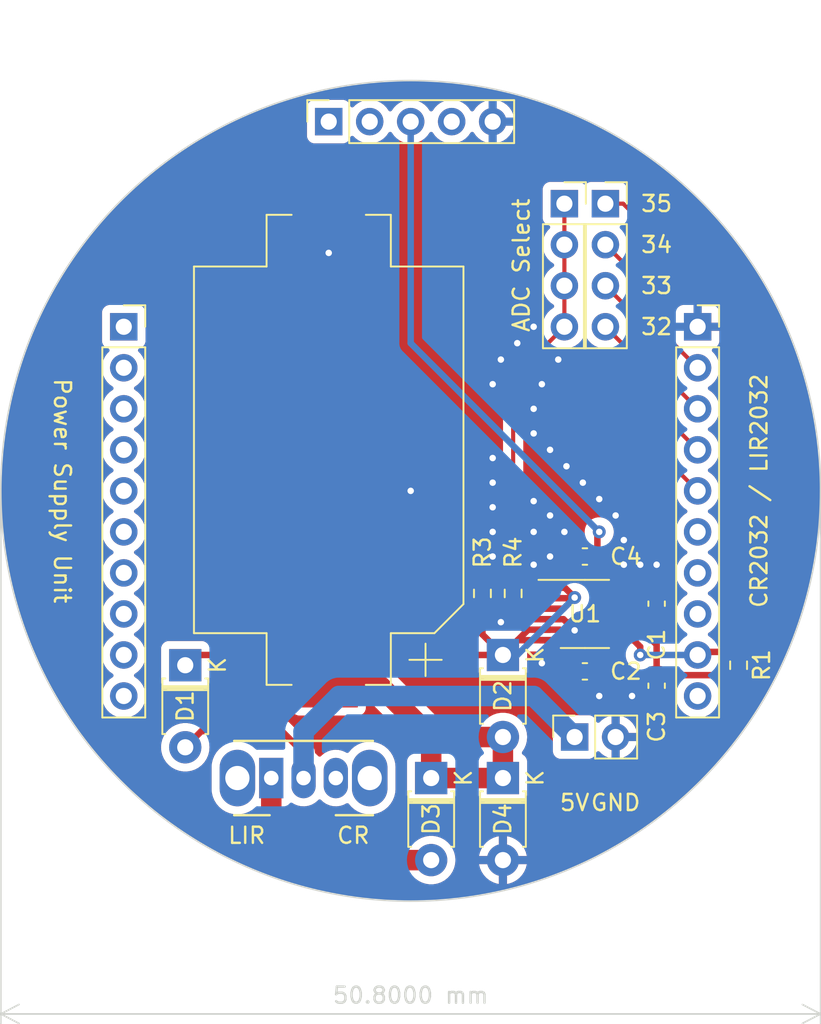
<source format=kicad_pcb>
(kicad_pcb (version 20221018) (generator pcbnew)
  (layers (0 "F.Cu" signal) (31 "B.Cu" signal) (34 "B.Paste" user) (35 "F.Paste" user) (36 "B.SilkS" user "B.Silkscreen") (37 "F.SilkS" user "F.Silkscreen") (38 "B.Mask" user) (39 "F.Mask" user) (44 "Edge.Cuts" user))
  (net 0 "")
  (net 1 "+BATT")
  (net 2 "GND")
  (net 3 "Net-(U1-C+)")
  (net 4 "Net-(U1-C-)")
  (net 5 "VCC")
  (net 6 "Net-(U1-PGOOD)")
  (net 7 "+3.3V")
  (net 8 "+5V")
  (net 9 "Net-(D3-A)")
  (net 23 "/ADC35")
  (net 24 "/ADC34")
  (net 25 "/ADC33")
  (net 26 "/ADC32")
  (net 31 "ADC")
  (footprint "Connector_PinSocket_2.54mm:PinSocket_1x10_P2.54mm_Vertical" (layer "F.Cu") (at 134.62 91.44)
    (fp_text reference "J1" hide)
    (fp_text value "Conn_01x10_Socket")
    (fp_line (start -1.33 1.27) (end -1.33 24.19) (stroke (width 0.12)) (layer "F.SilkS"))
    (fp_line (start -1.33 1.27) (end 1.33 1.27) (stroke (width 0.12)) (layer "F.SilkS"))
    (fp_line (start -1.33 24.19) (end 1.33 24.19) (stroke (width 0.12)) (layer "F.SilkS"))
    (fp_line (start 0 -1.33) (end 1.33 -1.33) (stroke (width 0.12)) (layer "F.SilkS"))
    (fp_line (start 1.33 -1.33) (end 1.33 0) (stroke (width 0.12)) (layer "F.SilkS"))
    (fp_line (start 1.33 1.27) (end 1.33 24.19) (stroke (width 0.12)) (layer "F.SilkS"))
    (pad "1" thru_hole rect (at 0 0) (size 1.7 1.7) (drill 1) (layers "*.Cu" "*.Mask"))
    (pad "2" thru_hole oval (at 0 2.54) (size 1.7 1.7) (drill 1) (layers "*.Cu" "*.Mask"))
    (pad "3" thru_hole oval (at 0 5.08) (size 1.7 1.7) (drill 1) (layers "*.Cu" "*.Mask"))
    (pad "4" thru_hole oval (at 0 7.62) (size 1.7 1.7) (drill 1) (layers "*.Cu" "*.Mask"))
    (pad "5" thru_hole oval (at 0 10.16) (size 1.7 1.7) (drill 1) (layers "*.Cu" "*.Mask"))
    (pad "6" thru_hole oval (at 0 12.7) (size 1.7 1.7) (drill 1) (layers "*.Cu" "*.Mask"))
    (pad "7" thru_hole oval (at 0 15.24) (size 1.7 1.7) (drill 1) (layers "*.Cu" "*.Mask"))
    (pad "8" thru_hole oval (at 0 17.78) (size 1.7 1.7) (drill 1) (layers "*.Cu" "*.Mask"))
    (pad "9" thru_hole oval (at 0 20.32) (size 1.7 1.7) (drill 1) (layers "*.Cu" "*.Mask"))
    (pad "10" thru_hole oval (at 0 22.86) (size 1.7 1.7) (drill 1) (layers "*.Cu" "*.Mask"))
  )
  (footprint "Battery:BatteryHolder_Keystone_1060_1x2032" (layer "F.Cu") (at 147.32 99.06 90)
    (fp_text reference "BT1" hide)
    (fp_text value "Battery_Cell")
    (fp_line (start -14.55 -3.85) (end -14.55 -2.3) (stroke (width 0.12)) (layer "F.SilkS"))
    (fp_line (start -14.55 3.85) (end -14.55 2.3) (stroke (width 0.12)) (layer "F.SilkS"))
    (fp_line (start -13 5) (end -13 7) (stroke (width 0.12)) (layer "F.SilkS"))
    (fp_line (start -12 6) (end -14 6) (stroke (width 0.12)) (layer "F.SilkS"))
    (fp_line (start -11.35 -8.35) (end -11.35 -3.85) (stroke (width 0.12)) (layer "F.SilkS"))
    (fp_line (start -11.35 -8.35) (end 11.35 -8.35) (stroke (width 0.12)) (layer "F.SilkS"))
    (fp_line (start -11.35 -3.85) (end -14.55 -3.85) (stroke (width 0.12)) (layer "F.SilkS"))
    (fp_line (start -11.35 3.85) (end -14.55 3.85) (stroke (width 0.12)) (layer "F.SilkS"))
    (fp_line (start -11.35 6.55) (end -11.35 3.85) (stroke (width 0.12)) (layer "F.SilkS"))
    (fp_line (start -9.55 8.35) (end -11.35 6.55) (stroke (width 0.12)) (layer "F.SilkS"))
    (fp_line (start 11.35 -8.35) (end 11.35 -3.85) (stroke (width 0.12)) (layer "F.SilkS"))
    (fp_line (start 11.35 -3.85) (end 14.55 -3.85) (stroke (width 0.12)) (layer "F.SilkS"))
    (fp_line (start 11.35 3.85) (end 14.55 3.85) (stroke (width 0.12)) (layer "F.SilkS"))
    (fp_line (start 11.35 8.35) (end -9.55 8.35) (stroke (width 0.12)) (layer "F.SilkS"))
    (fp_line (start 11.35 8.35) (end 11.35 3.85) (stroke (width 0.12)) (layer "F.SilkS"))
    (fp_line (start 14.55 -3.85) (end 14.55 -2.3) (stroke (width 0.12)) (layer "F.SilkS"))
    (fp_line (start 14.55 3.85) (end 14.55 2.3) (stroke (width 0.12)) (layer "F.SilkS"))
    (pad "1" smd rect (at -14.65 0 270) (size 2.6 3.6) (layers "F.Cu" "F.Paste" "F.Mask") (net 1 "+BATT"))
    (pad "2" smd rect (at 14.65 0 270) (size 2.6 3.6) (layers "F.Cu" "F.Paste" "F.Mask") (net 2 "GND"))
  )
  (footprint "Capacitor_SMD:C_0603_1608Metric" (layer "F.Cu") (at 167.64 113.665 -90)
    (fp_text reference "C3" (at 2.54 0 90) (layer "F.SilkS"))
    (fp_text value "1uF")
    (fp_line (start -0.14058 -0.51) (end 0.14058 -0.51) (stroke (width 0.12)) (layer "F.SilkS"))
    (fp_line (start -0.14058 0.51) (end 0.14058 0.51) (stroke (width 0.12)) (layer "F.SilkS"))
    (pad "1" smd roundrect (at -0.775 0 270) (size 0.9 0.95) (layers "F.Cu" "F.Paste" "F.Mask") (net 6 "Net-(U1-PGOOD)"))
    (pad "2" smd roundrect (at 0.775 0 270) (size 0.9 0.95) (layers "F.Cu" "F.Paste" "F.Mask") (net 2 "GND"))
  )
  (footprint "Package_SO:MSOP-12_3x4mm_P0.65mm" (layer "F.Cu") (at 163.195 109.22)
    (fp_text reference "U1" (at 0 0) (layer "F.SilkS"))
    (fp_text value "~")
    (fp_line (start 0 -2.11) (end -2.875 -2.11) (stroke (width 0.12)) (layer "F.SilkS"))
    (fp_line (start 0 -2.11) (end 1.5 -2.11) (stroke (width 0.12)) (layer "F.SilkS"))
    (fp_line (start 0 2.11) (end -1.5 2.11) (stroke (width 0.12)) (layer "F.SilkS"))
    (fp_line (start 0 2.11) (end 1.5 2.11) (stroke (width 0.12)) (layer "F.SilkS"))
    (pad "1" smd roundrect (at -2.15 -1.625) (size 1.45 0.4) (layers "F.Cu" "F.Paste" "F.Mask") (net 5 "VCC"))
    (pad "2" smd roundrect (at -2.15 -0.975) (size 1.45 0.4) (layers "F.Cu" "F.Paste" "F.Mask") (net 5 "VCC"))
    (pad "3" smd roundrect (at -2.15 -0.325) (size 1.45 0.4) (layers "F.Cu" "F.Paste" "F.Mask") (net 5 "VCC"))
    (pad "4" smd roundrect (at -2.15 0.325) (size 1.45 0.4) (layers "F.Cu" "F.Paste" "F.Mask") (net 2 "GND"))
    (pad "5" smd roundrect (at -2.15 0.975) (size 1.45 0.4) (layers "F.Cu" "F.Paste" "F.Mask") (net 5 "VCC"))
    (pad "6" smd roundrect (at -2.15 1.625) (size 1.45 0.4) (layers "F.Cu" "F.Paste" "F.Mask") (net 5 "VCC"))
    (pad "7" smd roundrect (at 2.15 1.625) (size 1.45 0.4) (layers "F.Cu" "F.Paste" "F.Mask") (net 7 "+3.3V"))
    (pad "8" smd roundrect (at 2.15 0.975) (size 1.45 0.4) (layers "F.Cu" "F.Paste" "F.Mask") (net 6 "Net-(U1-PGOOD)"))
    (pad "9" smd roundrect (at 2.15 0.325) (size 1.45 0.4) (layers "F.Cu" "F.Paste" "F.Mask") (net 3 "Net-(U1-C+)"))
    (pad "10" smd roundrect (at 2.15 -0.325) (size 1.45 0.4) (layers "F.Cu" "F.Paste" "F.Mask") (net 7 "+3.3V"))
    (pad "11" smd roundrect (at 2.15 -0.975) (size 1.45 0.4) (layers "F.Cu" "F.Paste" "F.Mask") (net 4 "Net-(U1-C-)"))
    (pad "12" smd roundrect (at 2.15 -1.625) (size 1.45 0.4) (layers "F.Cu" "F.Paste" "F.Mask") (net 2 "GND"))
  )
  (footprint "Diode_THT:D_T-1_P5.08mm_Horizontal" (layer "F.Cu") (at 153.67 119.38 -90)
    (fp_text reference "D3" (at 2.54 0 90) (layer "F.SilkS"))
    (fp_text value "10mA")
    (fp_text user "K" (at 0 -2 90) (layer "F.SilkS"))
    (fp_line (start 0.82 -1.42) (end 4.26 -1.42) (stroke (width 0.12)) (layer "F.SilkS"))
    (fp_line (start 0.82 -1.24) (end 0.82 -1.42) (stroke (width 0.12)) (layer "F.SilkS"))
    (fp_line (start 0.82 1.24) (end 0.82 1.42) (stroke (width 0.12)) (layer "F.SilkS"))
    (fp_line (start 0.82 1.42) (end 4.26 1.42) (stroke (width 0.12)) (layer "F.SilkS"))
    (fp_line (start 1.3 -1.42) (end 1.3 1.42) (stroke (width 0.12)) (layer "F.SilkS"))
    (fp_line (start 1.42 -1.42) (end 1.42 1.42) (stroke (width 0.12)) (layer "F.SilkS"))
    (fp_line (start 1.54 -1.42) (end 1.54 1.42) (stroke (width 0.12)) (layer "F.SilkS"))
    (fp_line (start 4.26 -1.42) (end 4.26 -1.24) (stroke (width 0.12)) (layer "F.SilkS"))
    (fp_line (start 4.26 1.42) (end 4.26 1.24) (stroke (width 0.12)) (layer "F.SilkS"))
    (pad "1" thru_hole rect (at 0 0 270) (size 2 2) (drill 1) (layers "*.Cu" "*.Mask") (net 1 "+BATT"))
    (pad "2" thru_hole oval (at 5.08 0 270) (size 2 2) (drill 1) (layers "*.Cu" "*.Mask") (net 9 "Net-(D3-A)"))
  )
  (footprint "Connector_PinSocket_2.54mm:PinSocket_1x05_P2.54mm_Vertical" (layer "F.Cu") (at 147.32 78.74 90)
    (fp_text reference "J2" hide)
    (fp_text value "Conn_01x05_Socket")
    (fp_line (start -1.33 1.27) (end -1.33 11.49) (stroke (width 0.12)) (layer "F.SilkS"))
    (fp_line (start -1.33 1.27) (end 1.33 1.27) (stroke (width 0.12)) (layer "F.SilkS"))
    (fp_line (start -1.33 11.49) (end 1.33 11.49) (stroke (width 0.12)) (layer "F.SilkS"))
    (fp_line (start 0 -1.33) (end 1.33 -1.33) (stroke (width 0.12)) (layer "F.SilkS"))
    (fp_line (start 1.33 -1.33) (end 1.33 0) (stroke (width 0.12)) (layer "F.SilkS"))
    (fp_line (start 1.33 1.27) (end 1.33 11.49) (stroke (width 0.12)) (layer "F.SilkS"))
    (pad "1" thru_hole rect (at 0 0 90) (size 1.7 1.7) (drill 1) (layers "*.Cu" "*.Mask"))
    (pad "2" thru_hole oval (at 0 2.54 90) (size 1.7 1.7) (drill 1) (layers "*.Cu" "*.Mask"))
    (pad "3" thru_hole oval (at 0 5.08 90) (size 1.7 1.7) (drill 1) (layers "*.Cu" "*.Mask") (net 7 "+3.3V"))
    (pad "4" thru_hole oval (at 0 7.62 90) (size 1.7 1.7) (drill 1) (layers "*.Cu" "*.Mask"))
    (pad "5" thru_hole oval (at 0 10.16 90) (size 1.7 1.7) (drill 1) (layers "*.Cu" "*.Mask") (net 2 "GND"))
  )
  (footprint "Button_Switch_THT:SW_CuK_OS102011MA1QN1_SPDT_Angled" (layer "F.Cu") (at 143.76 119.38)
    (fp_text reference "SW1" hide)
    (fp_text value "SW_SPDT")
    (fp_line (start -2.3 -2.3) (end 6.3 -2.3) (stroke (width 0.15)) (layer "F.SilkS"))
    (fp_line (start -2.3 2.3) (end -0.1 2.3) (stroke (width 0.15)) (layer "F.SilkS"))
    (fp_line (start 4 2.3) (end 6.3 2.3) (stroke (width 0.15)) (layer "F.SilkS"))
    (pad "" thru_hole oval (at -2.1 0) (size 2.2 3.5) (drill 1.5) (layers "*.Cu" "*.Mask"))
    (pad "" thru_hole oval (at 6.1 0) (size 2.2 3.5) (drill 1.5) (layers "*.Cu" "*.Mask"))
    (pad "1" thru_hole rect (at 0 0) (size 1.5 2.5) (drill 0.9) (layers "*.Cu" "*.Mask") (net 9 "Net-(D3-A)"))
    (pad "2" thru_hole oval (at 2 0) (size 1.5 2.5) (drill 0.9) (layers "*.Cu" "*.Mask") (net 8 "+5V"))
    (pad "3" thru_hole oval (at 4 0) (size 1.5 2.5) (drill 0.9) (layers "*.Cu" "*.Mask"))
  )
  (footprint "Connector_PinSocket_2.54mm:PinSocket_1x10_P2.54mm_Vertical" (layer "F.Cu") (at 170.18 91.44)
    (fp_text reference "J3" hide)
    (fp_text value "Conn_01x10_Socket")
    (fp_line (start -1.33 1.27) (end -1.33 24.19) (stroke (width 0.12)) (layer "F.SilkS"))
    (fp_line (start -1.33 1.27) (end 1.33 1.27) (stroke (width 0.12)) (layer "F.SilkS"))
    (fp_line (start -1.33 24.19) (end 1.33 24.19) (stroke (width 0.12)) (layer "F.SilkS"))
    (fp_line (start 0 -1.33) (end 1.33 -1.33) (stroke (width 0.12)) (layer "F.SilkS"))
    (fp_line (start 1.33 -1.33) (end 1.33 0) (stroke (width 0.12)) (layer "F.SilkS"))
    (fp_line (start 1.33 1.27) (end 1.33 24.19) (stroke (width 0.12)) (layer "F.SilkS"))
    (pad "1" thru_hole rect (at 0 0) (size 1.7 1.7) (drill 1) (layers "*.Cu" "*.Mask") (net 2 "GND"))
    (pad "2" thru_hole oval (at 0 2.54) (size 1.7 1.7) (drill 1) (layers "*.Cu" "*.Mask") (net 23 "/ADC35"))
    (pad "3" thru_hole oval (at 0 5.08) (size 1.7 1.7) (drill 1) (layers "*.Cu" "*.Mask") (net 24 "/ADC34"))
    (pad "4" thru_hole oval (at 0 7.62) (size 1.7 1.7) (drill 1) (layers "*.Cu" "*.Mask") (net 25 "/ADC33"))
    (pad "5" thru_hole oval (at 0 10.16) (size 1.7 1.7) (drill 1) (layers "*.Cu" "*.Mask") (net 26 "/ADC32"))
    (pad "6" thru_hole oval (at 0 12.7) (size 1.7 1.7) (drill 1) (layers "*.Cu" "*.Mask"))
    (pad "7" thru_hole oval (at 0 15.24) (size 1.7 1.7) (drill 1) (layers "*.Cu" "*.Mask"))
    (pad "8" thru_hole oval (at 0 17.78) (size 1.7 1.7) (drill 1) (layers "*.Cu" "*.Mask"))
    (pad "9" thru_hole oval (at 0 20.32) (size 1.7 1.7) (drill 1) (layers "*.Cu" "*.Mask") (net 7 "+3.3V"))
    (pad "10" thru_hole oval (at 0 22.86) (size 1.7 1.7) (drill 1) (layers "*.Cu" "*.Mask"))
  )
  (footprint "Connector_PinSocket_2.54mm:PinSocket_1x04_P2.54mm_Vertical" (layer "F.Cu") (at 161.925 83.82)
    (fp_text reference "J4" hide)
    (fp_text value "Conn_01x04_Pin")
    (fp_line (start -1.33 1.27) (end -1.33 8.95) (stroke (width 0.12)) (layer "F.SilkS"))
    (fp_line (start -1.33 1.27) (end 1.33 1.27) (stroke (width 0.12)) (layer "F.SilkS"))
    (fp_line (start -1.33 8.95) (end 1.33 8.95) (stroke (width 0.12)) (layer "F.SilkS"))
    (fp_line (start 0 -1.33) (end 1.33 -1.33) (stroke (width 0.12)) (layer "F.SilkS"))
    (fp_line (start 1.33 -1.33) (end 1.33 0) (stroke (width 0.12)) (layer "F.SilkS"))
    (fp_line (start 1.33 1.27) (end 1.33 8.95) (stroke (width 0.12)) (layer "F.SilkS"))
    (pad "1" thru_hole rect (at 0 0) (size 1.7 1.7) (drill 1) (layers "*.Cu" "*.Mask") (net 31 "ADC"))
    (pad "2" thru_hole oval (at 0 2.54) (size 1.7 1.7) (drill 1) (layers "*.Cu" "*.Mask") (net 31 "ADC"))
    (pad "3" thru_hole oval (at 0 5.08) (size 1.7 1.7) (drill 1) (layers "*.Cu" "*.Mask") (net 31 "ADC"))
    (pad "4" thru_hole oval (at 0 7.62) (size 1.7 1.7) (drill 1) (layers "*.Cu" "*.Mask") (net 31 "ADC"))
  )
  (footprint "Resistor_SMD:R_0603_1608Metric" (layer "F.Cu") (at 158.75 107.95 -90)
    (fp_text reference "R4" (at -2.54 0 90) (layer "F.SilkS"))
    (fp_text value "10k")
    (fp_line (start -0.237258 -0.5225) (end 0.237258 -0.5225) (stroke (width 0.12)) (layer "F.SilkS"))
    (fp_line (start -0.237258 0.5225) (end 0.237258 0.5225) (stroke (width 0.12)) (layer "F.SilkS"))
    (pad "1" smd roundrect (at -0.825 0 270) (size 0.8 0.95) (layers "F.Cu" "F.Paste" "F.Mask") (net 31 "ADC"))
    (pad "2" smd roundrect (at 0.825 0 270) (size 0.8 0.95) (layers "F.Cu" "F.Paste" "F.Mask") (net 2 "GND"))
  )
  (footprint "Capacitor_SMD:C_0603_1608Metric" (layer "F.Cu") (at 167.64 108.585 90)
    (fp_text reference "C1" (at -2.54 0 90) (layer "F.SilkS"))
    (fp_text value "1uF")
    (fp_line (start -0.14058 -0.51) (end 0.14058 -0.51) (stroke (width 0.12)) (layer "F.SilkS"))
    (fp_line (start -0.14058 0.51) (end 0.14058 0.51) (stroke (width 0.12)) (layer "F.SilkS"))
    (pad "1" smd roundrect (at -0.775 0 90) (size 0.9 0.95) (layers "F.Cu" "F.Paste" "F.Mask") (net 3 "Net-(U1-C+)"))
    (pad "2" smd roundrect (at 0.775 0 90) (size 0.9 0.95) (layers "F.Cu" "F.Paste" "F.Mask") (net 4 "Net-(U1-C-)"))
  )
  (footprint "Capacitor_SMD:C_0603_1608Metric" (layer "F.Cu") (at 163.195 105.664 180)
    (fp_text reference "C4" (at -2.54 0) (layer "F.SilkS"))
    (fp_text value "10uF")
    (fp_line (start -0.14058 -0.51) (end 0.14058 -0.51) (stroke (width 0.12)) (layer "F.SilkS"))
    (fp_line (start -0.14058 0.51) (end 0.14058 0.51) (stroke (width 0.12)) (layer "F.SilkS"))
    (pad "1" smd roundrect (at -0.775 0 180) (size 0.9 0.95) (layers "F.Cu" "F.Paste" "F.Mask") (net 7 "+3.3V"))
    (pad "2" smd roundrect (at 0.775 0 180) (size 0.9 0.95) (layers "F.Cu" "F.Paste" "F.Mask") (net 2 "GND"))
  )
  (footprint "Diode_THT:D_T-1_P5.08mm_Horizontal" (layer "F.Cu") (at 158.115 111.76 -90)
    (fp_text reference "D2" (at 2.54 0 90) (layer "F.SilkS"))
    (fp_text value "D")
    (fp_text user "K" (at 0 -2 90) (layer "F.SilkS"))
    (fp_line (start 0.82 -1.42) (end 4.26 -1.42) (stroke (width 0.12)) (layer "F.SilkS"))
    (fp_line (start 0.82 -1.24) (end 0.82 -1.42) (stroke (width 0.12)) (layer "F.SilkS"))
    (fp_line (start 0.82 1.24) (end 0.82 1.42) (stroke (width 0.12)) (layer "F.SilkS"))
    (fp_line (start 0.82 1.42) (end 4.26 1.42) (stroke (width 0.12)) (layer "F.SilkS"))
    (fp_line (start 1.3 -1.42) (end 1.3 1.42) (stroke (width 0.12)) (layer "F.SilkS"))
    (fp_line (start 1.42 -1.42) (end 1.42 1.42) (stroke (width 0.12)) (layer "F.SilkS"))
    (fp_line (start 1.54 -1.42) (end 1.54 1.42) (stroke (width 0.12)) (layer "F.SilkS"))
    (fp_line (start 4.26 -1.42) (end 4.26 -1.24) (stroke (width 0.12)) (layer "F.SilkS"))
    (fp_line (start 4.26 1.42) (end 4.26 1.24) (stroke (width 0.12)) (layer "F.SilkS"))
    (pad "1" thru_hole rect (at 0 0 270) (size 2 2) (drill 1) (layers "*.Cu" "*.Mask") (net 5 "VCC"))
    (pad "2" thru_hole oval (at 5.08 0 270) (size 2 2) (drill 1) (layers "*.Cu" "*.Mask") (net 1 "+BATT"))
  )
  (footprint "Resistor_SMD:R_0603_1608Metric" (layer "F.Cu") (at 156.845 107.95 90)
    (fp_text reference "R3" (at 2.54 0 90) (layer "F.SilkS"))
    (fp_text value "10k")
    (fp_line (start -0.237258 -0.5225) (end 0.237258 -0.5225) (stroke (width 0.12)) (layer "F.SilkS"))
    (fp_line (start -0.237258 0.5225) (end 0.237258 0.5225) (stroke (width 0.12)) (layer "F.SilkS"))
    (pad "1" smd roundrect (at -0.825 0 90) (size 0.8 0.95) (layers "F.Cu" "F.Paste" "F.Mask") (net 5 "VCC"))
    (pad "2" smd roundrect (at 0.825 0 90) (size 0.8 0.95) (layers "F.Cu" "F.Paste" "F.Mask") (net 31 "ADC"))
  )
  (footprint "Capacitor_SMD:C_0603_1608Metric" (layer "F.Cu") (at 163.195 112.776)
    (fp_text reference "C2" (at 2.54 0) (layer "F.SilkS"))
    (fp_text value "1uF")
    (fp_line (start -0.14058 -0.51) (end 0.14058 -0.51) (stroke (width 0.12)) (layer "F.SilkS"))
    (fp_line (start -0.14058 0.51) (end 0.14058 0.51) (stroke (width 0.12)) (layer "F.SilkS"))
    (pad "1" smd roundrect (at -0.775 0) (size 0.9 0.95) (layers "F.Cu" "F.Paste" "F.Mask") (net 5 "VCC"))
    (pad "2" smd roundrect (at 0.775 0) (size 0.9 0.95) (layers "F.Cu" "F.Paste" "F.Mask") (net 2 "GND"))
  )
  (footprint "Connector_PinSocket_2.54mm:PinSocket_1x04_P2.54mm_Vertical" (layer "F.Cu") (at 164.465 83.82)
    (fp_text reference "J5" hide)
    (fp_text value "Conn_01x04_Pin")
    (fp_line (start -1.33 1.27) (end -1.33 8.95) (stroke (width 0.12)) (layer "F.SilkS"))
    (fp_line (start -1.33 1.27) (end 1.33 1.27) (stroke (width 0.12)) (layer "F.SilkS"))
    (fp_line (start -1.33 8.95) (end 1.33 8.95) (stroke (width 0.12)) (layer "F.SilkS"))
    (fp_line (start 0 -1.33) (end 1.33 -1.33) (stroke (width 0.12)) (layer "F.SilkS"))
    (fp_line (start 1.33 -1.33) (end 1.33 0) (stroke (width 0.12)) (layer "F.SilkS"))
    (fp_line (start 1.33 1.27) (end 1.33 8.95) (stroke (width 0.12)) (layer "F.SilkS"))
    (pad "1" thru_hole rect (at 0 0) (size 1.7 1.7) (drill 1) (layers "*.Cu" "*.Mask") (net 23 "/ADC35"))
    (pad "2" thru_hole oval (at 0 2.54) (size 1.7 1.7) (drill 1) (layers "*.Cu" "*.Mask") (net 24 "/ADC34"))
    (pad "3" thru_hole oval (at 0 5.08) (size 1.7 1.7) (drill 1) (layers "*.Cu" "*.Mask") (net 25 "/ADC33"))
    (pad "4" thru_hole oval (at 0 7.62) (size 1.7 1.7) (drill 1) (layers "*.Cu" "*.Mask") (net 26 "/ADC32"))
  )
  (footprint "Diode_THT:D_T-1_P5.08mm_Horizontal" (layer "F.Cu") (at 138.43 112.395 -90)
    (fp_text reference "D1" (at 2.54 0 90) (layer "F.SilkS"))
    (fp_text value "D")
    (fp_text user "K" (at 0 -2 90) (layer "F.SilkS"))
    (fp_line (start 0.82 -1.42) (end 4.26 -1.42) (stroke (width 0.12)) (layer "F.SilkS"))
    (fp_line (start 0.82 -1.24) (end 0.82 -1.42) (stroke (width 0.12)) (layer "F.SilkS"))
    (fp_line (start 0.82 1.24) (end 0.82 1.42) (stroke (width 0.12)) (layer "F.SilkS"))
    (fp_line (start 0.82 1.42) (end 4.26 1.42) (stroke (width 0.12)) (layer "F.SilkS"))
    (fp_line (start 1.3 -1.42) (end 1.3 1.42) (stroke (width 0.12)) (layer "F.SilkS"))
    (fp_line (start 1.42 -1.42) (end 1.42 1.42) (stroke (width 0.12)) (layer "F.SilkS"))
    (fp_line (start 1.54 -1.42) (end 1.54 1.42) (stroke (width 0.12)) (layer "F.SilkS"))
    (fp_line (start 4.26 -1.42) (end 4.26 -1.24) (stroke (width 0.12)) (layer "F.SilkS"))
    (fp_line (start 4.26 1.42) (end 4.26 1.24) (stroke (width 0.12)) (layer "F.SilkS"))
    (pad "1" thru_hole rect (at 0 0 270) (size 2 2) (drill 1) (layers "*.Cu" "*.Mask") (net 5 "VCC"))
    (pad "2" thru_hole oval (at 5.08 0 270) (size 2 2) (drill 1) (layers "*.Cu" "*.Mask") (net 8 "+5V"))
  )
  (footprint "Diode_THT:D_T-1_P5.08mm_Horizontal" (layer "F.Cu") (at 158.115 119.38 -90)
    (fp_text reference "D4" (at 2.54 0 90) (layer "F.SilkS"))
    (fp_text value "3.9V")
    (fp_text user "K" (at 0 -2 90) (layer "F.SilkS"))
    (fp_line (start 0.82 -1.42) (end 4.26 -1.42) (stroke (width 0.12)) (layer "F.SilkS"))
    (fp_line (start 0.82 -1.24) (end 0.82 -1.42) (stroke (width 0.12)) (layer "F.SilkS"))
    (fp_line (start 0.82 1.24) (end 0.82 1.42) (stroke (width 0.12)) (layer "F.SilkS"))
    (fp_line (start 0.82 1.42) (end 4.26 1.42) (stroke (width 0.12)) (layer "F.SilkS"))
    (fp_line (start 1.3 -1.42) (end 1.3 1.42) (stroke (width 0.12)) (layer "F.SilkS"))
    (fp_line (start 1.42 -1.42) (end 1.42 1.42) (stroke (width 0.12)) (layer "F.SilkS"))
    (fp_line (start 1.54 -1.42) (end 1.54 1.42) (stroke (width 0.12)) (layer "F.SilkS"))
    (fp_line (start 4.26 -1.42) (end 4.26 -1.24) (stroke (width 0.12)) (layer "F.SilkS"))
    (fp_line (start 4.26 1.42) (end 4.26 1.24) (stroke (width 0.12)) (layer "F.SilkS"))
    (pad "1" thru_hole rect (at 0 0 270) (size 2 2) (drill 1) (layers "*.Cu" "*.Mask") (net 1 "+BATT"))
    (pad "2" thru_hole oval (at 5.08 0 270) (size 2 2) (drill 1) (layers "*.Cu" "*.Mask") (net 2 "GND"))
  )
  (footprint "Resistor_SMD:R_0603_1608Metric" (layer "F.Cu") (at 172.72 112.395 -90)
    (fp_text reference "R1" (at 0 -1.43 90) (layer "F.SilkS"))
    (fp_text value "510k")
    (fp_line (start -0.237258 -0.5225) (end 0.237258 -0.5225) (stroke (width 0.12)) (layer "F.SilkS"))
    (fp_line (start -0.237258 0.5225) (end 0.237258 0.5225) (stroke (width 0.12)) (layer "F.SilkS"))
    (pad "1" smd roundrect (at -0.825 0 270) (size 0.8 0.95) (layers "F.Cu" "F.Paste" "F.Mask") (net 7 "+3.3V"))
    (pad "2" smd roundrect (at 0.825 0 270) (size 0.8 0.95) (layers "F.Cu" "F.Paste" "F.Mask") (net 6 "Net-(U1-PGOOD)"))
  )
  (footprint "Connector_PinSocket_2.54mm:PinSocket_1x02_P2.54mm_Vertical" (layer "F.Cu") (at 162.56 116.84 90)
    (fp_text reference "J6" hide)
    (fp_text value "Conn_01x02_Socket")
    (fp_line (start -1.33 1.27) (end -1.33 3.87) (stroke (width 0.12)) (layer "F.SilkS"))
    (fp_line (start -1.33 1.27) (end 1.33 1.27) (stroke (width 0.12)) (layer "F.SilkS"))
    (fp_line (start -1.33 3.87) (end 1.33 3.87) (stroke (width 0.12)) (layer "F.SilkS"))
    (fp_line (start 0 -1.33) (end 1.33 -1.33) (stroke (width 0.12)) (layer "F.SilkS"))
    (fp_line (start 1.33 -1.33) (end 1.33 0) (stroke (width 0.12)) (layer "F.SilkS"))
    (fp_line (start 1.33 1.27) (end 1.33 3.87) (stroke (width 0.12)) (layer "F.SilkS"))
    (pad "1" thru_hole rect (at 0 0 90) (size 1.7 1.7) (drill 1) (layers "*.Cu" "*.Mask") (net 8 "+5V"))
    (pad "2" thru_hole oval (at 0 2.54 90) (size 1.7 1.7) (drill 1) (layers "*.Cu" "*.Mask") (net 2 "GND"))
  )
  (gr_circle (center 152.4 101.6) (end 177.8 101.6) (stroke (width 0.1)) (fill none) (layer "Edge.Cuts"))
  (gr_text "33" (at 167.64 88.9) (layer "F.SilkS") (effects (font (size 1 1))))
  (gr_text "35" (at 167.64 83.82) (layer "F.SilkS") (effects (font (size 1 1))))
  (gr_text "CR2032 / LIR2032" (at 173.99 101.6 90) (layer "F.SilkS") (effects (font (size 1 1))))
  (gr_text "LIR" (at 142.24 122.936) (layer "F.SilkS") (effects (font (size 1 1))))
  (gr_text "Power Supply Unit" (at 130.81 101.6 -90) (layer "F.SilkS") (effects (font (size 1 1))))
  (gr_text "5V" (at 162.56 120.904) (layer "F.SilkS") (effects (font (size 1 1))))
  (gr_text "34" (at 167.64 86.36) (layer "F.SilkS") (effects (font (size 1 1))))
  (gr_text "GND" (at 165.1 120.904) (layer "F.SilkS") (effects (font (size 1 1))))
  (gr_text "32" (at 167.64 91.44) (layer "F.SilkS") (effects (font (size 1 1))))
  (gr_text "ADC Select" (at 159.258 87.63 90) (layer "F.SilkS") (effects (font (size 1 1))))
  (gr_text "CR" (at 148.844 122.936) (layer "F.SilkS") (effects (font (size 1 1))))
  (dimension (type aligned) (layer "Edge.Cuts") (pts (xy 127 100.965) (xy 177.8 100.965)) (height 33.02) (gr_text "50.8000 mm" (at 152.4 132.835) (layer "Edge.Cuts") (effects (font (size 1 1) (thickness 0.15)))) (format (prefix "") (suffix "") (units 3) (units_format 1) (precision 4)) (style (thickness 0.1) (arrow_length 1.27) (text_position_mode 0) (extension_height 0.58642) (extension_offset 0.5) keep_text_aligned))
  (segment (start 153.67 119.38) (end 155.575 119.38) (width 1.27) (layer "F.Cu") (net 1))
  (segment (start 147.32 113.71) (end 150.54 113.71) (width 1.27) (layer "F.Cu") (net 1))
  (segment (start 150.54 113.71) (end 153.67 116.84) (width 1.27) (layer "F.Cu") (net 1))
  (segment (start 153.67 116.84) (end 153.67 119.38) (width 1.27) (layer "F.Cu") (net 1))
  (segment (start 158.115 116.84) (end 158.115 119.38) (width 1.27) (layer "F.Cu") (net 1))
  (segment (start 155.575 119.38) (end 158.115 119.38) (width 1.27) (layer "F.Cu") (net 1))
  (segment (start 153.67 116.84) (end 158.115 116.84) (width 1.27) (layer "F.Cu") (net 1))
  (segment (start 157.988 109.728) (end 158.75 109.728) (width 0.4) (layer "F.Cu") (net 2))
  (segment (start 147.32 84.41) (end 147.32 86.868) (width 0.4) (layer "F.Cu") (net 2))
  (segment (start 158.933 109.545) (end 159.52 109.545) (width 0.4) (layer "F.Cu") (net 2))
  (segment (start 166.256 114.44) (end 166.116 114.3) (width 0.4) (layer "F.Cu") (net 2))
  (segment (start 159.52 109.545) (end 158.75 108.775) (width 0.4) (layer "F.Cu") (net 2))
  (segment (start 161.045 109.545) (end 159.52 109.545) (width 0.4) (layer "F.Cu") (net 2))
  (segment (start 164.084 114.3) (end 163.97 114.186) (width 0.4) (layer "F.Cu") (net 2))
  (segment (start 161.036 105.664) (end 162.42 105.664) (width 0.4) (layer "F.Cu") (net 2))
  (segment (start 161.869 109.545) (end 162.56 110.236) (width 0.4) (layer "F.Cu") (net 2))
  (segment (start 161.045 109.545) (end 161.869 109.545) (width 0.4) (layer "F.Cu") (net 2))
  (segment (start 163.97 112.776) (end 163.97 114.186) (width 0.4) (layer "F.Cu") (net 2))
  (segment (start 167.64 114.44) (end 166.256 114.44) (width 0.4) (layer "F.Cu") (net 2))
  (segment (start 158.75 109.728) (end 158.933 109.545) (width 0.4) (layer "F.Cu") (net 2))
  (via (at 160.02 106.172) (size 0.8) (drill 0.4) (layers "F.Cu" "B.Cu") (net 2))
  (via (at 160.02 102.235) (size 0.8) (drill 0.4) (layers "F.Cu" "B.Cu") (net 2))
  (via (at 161.036 103.124) (size 0.8) (drill 0.4) (layers "F.Cu" "B.Cu") (net 2))
  (via (at 160.02 91.44) (size 0.8) (drill 0.4) (layers "F.Cu" "B.Cu") (net 2))
  (via (at 165.608 106.172) (size 0.8) (drill 0.4) (layers "F.Cu" "B.Cu") (net 2))
  (via (at 157.48 101.092) (size 0.8) (drill 0.4) (layers "F.Cu" "B.Cu") (net 2))
  (via (at 147.32 86.868) (size 0.8) (drill 0.4) (layers "F.Cu" "B.Cu") (net 2))
  (via (at 160.528 94.996) (size 0.8) (drill 0.4) (layers "F.Cu" "B.Cu") (net 2))
  (via (at 167.64 106.172) (size 0.8) (drill 0.4) (layers "F.Cu" "B.Cu") (net 2))
  (via (at 164.084 114.3) (size 0.8) (drill 0.4) (layers "F.Cu" "B.Cu") (net 2))
  (via (at 160.02 96.52) (size 0.8) (drill 0.4) (layers "F.Cu" "B.Cu") (net 2))
  (via (at 166.116 114.3) (size 0.8) (drill 0.4) (layers "F.Cu" "B.Cu") (net 2))
  (via (at 165.1 103.124) (size 0.8) (drill 0.4) (layers "F.Cu" "B.Cu") (net 2))
  (via (at 163.068 101.092) (size 0.8) (drill 0.4) (layers "F.Cu" "B.Cu") (net 2))
  (via (at 161.925 104.14) (size 0.8) (drill 0.4) (layers "F.Cu" "B.Cu") (net 2))
  (via (at 162.052 100.076) (size 0.8) (drill 0.4) (layers "F.Cu" "B.Cu") (net 2))
  (via (at 157.48 105.664) (size 0.8) (drill 0.4) (layers "F.Cu" "B.Cu") (net 2))
  (via (at 161.036 99.06) (size 0.8) (drill 0.4) (layers "F.Cu" "B.Cu") (net 2))
  (via (at 157.48 104.14) (size 0.8) (drill 0.4) (layers "F.Cu" "B.Cu") (net 2))
  (via (at 157.48 102.616) (size 0.8) (drill 0.4) (layers "F.Cu" "B.Cu") (net 2))
  (via (at 157.48 99.568) (size 0.8) (drill 0.4) (layers "F.Cu" "B.Cu") (net 2))
  (via (at 161.036 105.664) (size 0.8) (drill 0.4) (layers "F.Cu" "B.Cu") (net 2))
  (via (at 161.544 93.472) (size 0.8) (drill 0.4) (layers "F.Cu" "B.Cu") (net 2))
  (via (at 159.004 92.456) (size 0.8) (drill 0.4) (layers "F.Cu" "B.Cu") (net 2))
  (via (at 160.528 112.268) (size 0.8) (drill 0.4) (layers "F.Cu" "B.Cu") (net 2))
  (via (at 152.4 101.6) (size 0.8) (drill 0.4) (layers "F.Cu" "B.Cu") (net 2))
  (via (at 157.988 93.472) (size 0.8) (drill 0.4) (layers "F.Cu" "B.Cu") (net 2))
  (via (at 160.02 104.14) (size 0.8) (drill 0.4) (layers "F.Cu" "B.Cu") (net 2))
  (via (at 160.02 98.044) (size 0.8) (drill 0.4) (layers "F.Cu" "B.Cu") (net 2))
  (via (at 157.48 94.996) (size 0.8) (drill 0.4) (layers "F.Cu" "B.Cu") (net 2))
  (via (at 166.624 106.172) (size 0.8) (drill 0.4) (layers "F.Cu" "B.Cu") (net 2))
  (via (at 164.084 102.108) (size 0.8) (drill 0.4) (layers "F.Cu" "B.Cu") (net 2))
  (via (at 157.988 109.728) (size 0.8) (drill 0.4) (layers "F.Cu" "B.Cu") (net 2))
  (via (at 162.56 110.236) (size 0.8) (drill 0.4) (layers "F.Cu" "B.Cu") (net 2))
  (via (at 165.608 104.648) (size 0.8) (drill 0.4) (layers "F.Cu" "B.Cu") (net 2))
  (segment (start 167.455 109.545) (end 165.345 109.545) (width 0.4) (layer "F.Cu") (net 3))
  (segment (start 167.64 109.36) (end 167.455 109.545) (width 0.4) (layer "F.Cu") (net 3))
  (segment (start 165.345 108.245) (end 167.205 108.245) (width 0.4) (layer "F.Cu") (net 4))
  (segment (start 167.205 108.245) (end 167.64 107.81) (width 0.4) (layer "F.Cu") (net 4))
  (segment (start 162.56 108.204) (end 161.951 107.595) (width 0.4) (layer "F.Cu") (net 5))
  (segment (start 161.045 108.895) (end 161.869 108.895) (width 0.4) (layer "F.Cu") (net 5))
  (segment (start 159.03 110.845) (end 158.115 111.76) (width 0.4) (layer "F.Cu") (net 5))
  (segment (start 162.42 112.776) (end 162.42 111.62) (width 0.4) (layer "F.Cu") (net 5))
  (segment (start 139.065 111.76) (end 138.43 112.395) (width 0.4) (layer "F.Cu") (net 5))
  (segment (start 161.951 107.595) (end 161.045 107.595) (width 0.4) (layer "F.Cu") (net 5))
  (segment (start 161.045 108.245) (end 162.519 108.245) (width 0.4) (layer "F.Cu") (net 5))
  (segment (start 161.869 108.895) (end 162.519 108.245) (width 0.4) (layer "F.Cu") (net 5))
  (segment (start 161.045 110.845) (end 159.03 110.845) (width 0.4) (layer "F.Cu") (net 5))
  (segment (start 161.645 110.845) (end 161.045 110.845) (width 0.4) (layer "F.Cu") (net 5))
  (segment (start 156.845 110.49) (end 158.115 111.76) (width 0.4) (layer "F.Cu") (net 5))
  (segment (start 162.42 111.62) (end 161.645 110.845) (width 0.4) (layer "F.Cu") (net 5))
  (segment (start 159.68 110.195) (end 158.115 111.76) (width 0.4) (layer "F.Cu") (net 5))
  (segment (start 158.115 111.76) (end 139.065 111.76) (width 0.4) (layer "F.Cu") (net 5))
  (segment (start 161.045 110.195) (end 159.68 110.195) (width 0.4) (layer "F.Cu") (net 5))
  (segment (start 162.519 108.245) (end 162.56 108.204) (width 0.4) (layer "F.Cu") (net 5))
  (segment (start 156.845 108.775) (end 156.845 110.49) (width 0.4) (layer "F.Cu") (net 5))
  (via (at 162.56 108.204) (size 0.8) (drill 0.4) (layers "F.Cu" "B.Cu") (net 5))
  (segment (start 162.56 108.204) (end 159.004 111.76) (width 0.4) (layer "B.Cu") (net 5))
  (segment (start 159.004 111.76) (end 158.115 111.76) (width 0.4) (layer "B.Cu") (net 5))
  (segment (start 172.51 113.01) (end 172.72 113.22) (width 0.4) (layer "F.Cu") (net 6))
  (segment (start 167.76 113.01) (end 172.51 113.01) (width 0.4) (layer "F.Cu") (net 6))
  (segment (start 167.64 112.89) (end 167.76 113.01) (width 0.4) (layer "F.Cu") (net 6))
  (segment (start 167.64 111.125) (end 166.71 110.195) (width 0.4) (layer "F.Cu") (net 6))
  (segment (start 166.71 110.195) (end 165.345 110.195) (width 0.4) (layer "F.Cu") (net 6))
  (segment (start 167.64 112.89) (end 167.64 111.125) (width 0.4) (layer "F.Cu") (net 6))
  (segment (start 170.37 111.57) (end 170.18 111.76) (width 0.4) (layer "F.Cu") (net 7))
  (segment (start 164.317893 108.895) (end 163.83 109.382893) (width 0.4) (layer "F.Cu") (net 7))
  (segment (start 165.1 108.895) (end 164.317893 108.895) (width 0.4) (layer "F.Cu") (net 7))
  (segment (start 163.83 109.382893) (end 163.83 110.357107) (width 0.4) (layer "F.Cu") (net 7))
  (segment (start 165.345 110.845) (end 166.217 110.845) (width 0.4) (layer "F.Cu") (net 7))
  (segment (start 166.624 111.252) (end 166.624 111.76) (width 0.4) (layer "F.Cu") (net 7))
  (segment (start 172.72 111.57) (end 170.37 111.57) (width 0.4) (layer "F.Cu") (net 7))
  (segment (start 164.317893 110.845) (end 165.1 110.845) (width 0.4) (layer "F.Cu") (net 7))
  (segment (start 163.97 105.664) (end 163.97 104.254) (width 0.4) (layer "F.Cu") (net 7))
  (segment (start 163.97 105.664) (end 163.97 108.547107) (width 0.4) (layer "F.Cu") (net 7))
  (segment (start 163.97 104.254) (end 164.084 104.14) (width 0.4) (layer "F.Cu") (net 7))
  (segment (start 166.217 110.845) (end 166.624 111.252) (width 0.4) (layer "F.Cu") (net 7))
  (segment (start 163.83 110.357107) (end 164.317893 110.845) (width 0.4) (layer "F.Cu") (net 7))
  (segment (start 163.97 108.547107) (end 164.317893 108.895) (width 0.4) (layer "F.Cu") (net 7))
  (via (at 164.084 104.14) (size 0.8) (drill 0.4) (layers "F.Cu" "B.Cu") (net 7))
  (via (at 166.624 111.76) (size 0.8) (drill 0.4) (layers "F.Cu" "B.Cu") (net 7))
  (segment (start 170.18 111.76) (end 166.624 111.76) (width 0.4) (layer "B.Cu") (net 7))
  (segment (start 152.4 78.74) (end 152.4 92.456) (width 0.4) (layer "B.Cu") (net 7))
  (segment (start 152.4 92.456) (end 164.084 104.14) (width 0.4) (layer "B.Cu") (net 7))
  (segment (start 144.415 116.475) (end 145.76 117.82) (width 0.4) (layer "F.Cu") (net 8))
  (segment (start 139.43 116.475) (end 144.415 116.475) (width 0.4) (layer "F.Cu") (net 8))
  (segment (start 145.76 117.82) (end 145.76 119.38) (width 0.4) (layer "F.Cu") (net 8))
  (segment (start 138.43 117.475) (end 139.43 116.475) (width 0.4) (layer "F.Cu") (net 8))
  (segment (start 160.02 114.3) (end 147.955 114.3) (width 1.27) (layer "B.Cu") (net 8))
  (segment (start 162.56 116.84) (end 160.02 114.3) (width 1.27) (layer "B.Cu") (net 8))
  (segment (start 145.76 116.495) (end 145.76 119.38) (width 1.27) (layer "B.Cu") (net 8))
  (segment (start 147.955 114.3) (end 145.76 116.495) (width 1.27) (layer "B.Cu") (net 8))
  (segment (start 153.67 124.46) (end 146.05 124.46) (width 1.27) (layer "F.Cu") (net 9))
  (segment (start 143.76 122.17) (end 143.76 119.38) (width 1.27) (layer "F.Cu") (net 9))
  (segment (start 146.05 124.46) (end 143.76 122.17) (width 1.27) (layer "F.Cu") (net 9))
  (segment (start 168.148 86.399) (end 168.148 91.948) (width 0.254) (layer "F.Cu") (net 23))
  (segment (start 165.569 83.82) (end 168.148 86.399) (width 0.254) (layer "F.Cu") (net 23))
  (segment (start 168.148 91.948) (end 170.18 93.98) (width 0.254) (layer "F.Cu") (net 23))
  (segment (start 164.465 83.82) (end 165.569 83.82) (width 0.254) (layer "F.Cu") (net 23))
  (segment (start 164.465 86.36) (end 167.64 89.535) (width 0.254) (layer "F.Cu") (net 24))
  (segment (start 167.64 93.98) (end 170.18 96.52) (width 0.254) (layer "F.Cu") (net 24))
  (segment (start 167.64 89.535) (end 167.64 93.98) (width 0.254) (layer "F.Cu") (net 24))
  (segment (start 164.465 88.9) (end 167.186 91.621) (width 0.254) (layer "F.Cu") (net 25))
  (segment (start 167.186 96.066) (end 170.18 99.06) (width 0.254) (layer "F.Cu") (net 25))
  (segment (start 167.186 91.621) (end 167.186 96.066) (width 0.254) (layer "F.Cu") (net 25))
  (segment (start 166.732 98.152) (end 170.18 101.6) (width 0.254) (layer "F.Cu") (net 26))
  (segment (start 164.465 91.44) (end 166.732 93.707) (width 0.254) (layer "F.Cu") (net 26))
  (segment (start 166.732 93.707) (end 166.732 98.152) (width 0.254) (layer "F.Cu") (net 26))
  (segment (start 161.925 83.82) (end 161.925 91.44) (width 0.254) (layer "F.Cu") (net 31))
  (segment (start 156.845 107.125) (end 158.75 107.125) (width 0.254) (layer "F.Cu") (net 31))
  (segment (start 161.925 91.44) (end 158.75 94.615) (width 0.254) (layer "F.Cu") (net 31))
  (segment (start 158.75 94.615) (end 158.75 107.125) (width 0.254) (layer "F.Cu") (net 31))
  (zone (net 2) (net_name "GND") (layers "F&B.Cu") (connect_pads (clearance 0.5)) (min_thickness 0.25) (fill yes (thermal_gap 0.5) (thermal_bridge_width 0.5))
    (polygon (pts (xy 127 76.2) (xy 127 127) (xy 177.8 127) (xy 177.8 76.2)))
  )
)
</source>
